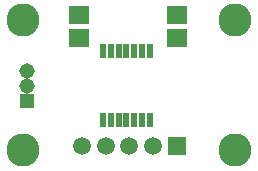
<source format=gbr>
G04 EAGLE Gerber RS-274X export*
G75*
%MOMM*%
%FSLAX34Y34*%
%LPD*%
%INSoldermask Top*%
%IPPOS*%
%AMOC8*
5,1,8,0,0,1.08239X$1,22.5*%
G01*
%ADD10C,2.803200*%
%ADD11R,1.803200X1.503200*%
%ADD12R,0.508000X1.193800*%
%ADD13R,1.311200X1.311200*%
%ADD14C,1.311200*%
%ADD15R,1.511200X1.511200*%
%ADD16C,1.511200*%


D10*
X22098Y132080D03*
X22098Y22098D03*
X201930Y22098D03*
X201930Y132080D03*
D11*
X69850Y117000D03*
X69850Y137000D03*
X152400Y117000D03*
X152400Y137000D03*
D12*
X90482Y47784D03*
X96982Y47784D03*
X103482Y47784D03*
X109982Y47784D03*
X116482Y47784D03*
X122982Y47784D03*
X129482Y47784D03*
X129482Y106140D03*
X122982Y106140D03*
X116482Y106140D03*
X109982Y106140D03*
X103482Y106140D03*
X96982Y106140D03*
X90482Y106140D03*
D13*
X25400Y63500D03*
D14*
X25400Y76200D03*
X25400Y88900D03*
D15*
X152400Y25400D03*
D16*
X132400Y25400D03*
X112400Y25400D03*
X92400Y25400D03*
X72400Y25400D03*
M02*

</source>
